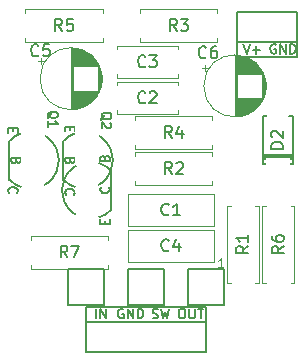
<source format=gto>
G04 #@! TF.GenerationSoftware,KiCad,Pcbnew,(5.99.0-1101-g9de7547c2)*
G04 #@! TF.CreationDate,2020-03-13T08:54:08+02:00*
G04 #@! TF.ProjectId,cabeza-de-carne,63616265-7a61-42d6-9465-2d6361726e65,rev?*
G04 #@! TF.SameCoordinates,Original*
G04 #@! TF.FileFunction,Legend,Top*
G04 #@! TF.FilePolarity,Positive*
%FSLAX46Y46*%
G04 Gerber Fmt 4.6, Leading zero omitted, Abs format (unit mm)*
G04 Created by KiCad (PCBNEW (5.99.0-1101-g9de7547c2)) date 2020-03-13 08:54:08*
%MOMM*%
%LPD*%
G01*
G04 APERTURE LIST*
%ADD10C,0.152400*%
%ADD11C,0.127000*%
%ADD12C,0.120000*%
%ADD13C,0.150000*%
%ADD14C,0.100000*%
%ADD15C,1.902000*%
%ADD16R,1.902000X1.902000*%
%ADD17R,2.102000X2.102000*%
%ADD18O,2.102000X2.102000*%
%ADD19O,2.642000X2.642000*%
%ADD20R,2.642000X2.642000*%
%ADD21O,2.032400X2.032400*%
%ADD22R,2.032400X2.032400*%
%ADD23O,1.702000X1.702000*%
%ADD24C,1.702000*%
%ADD25R,1.702000X1.702000*%
G04 APERTURE END LIST*
D10*
X249986800Y44754800D02*
X249986800Y40690800D01*
X249986800Y44754800D02*
X247446800Y44754800D01*
X247446800Y40690800D02*
X247446800Y44754800D01*
X247446800Y40690800D02*
X249986800Y40690800D01*
G36*
X249986800Y41071800D02*
G01*
X247446800Y41071800D01*
X247446800Y41579800D01*
X249986800Y41579800D01*
X249986800Y41071800D01*
G37*
G36*
X249097800Y40309800D02*
G01*
X248335800Y40309800D01*
X248335800Y40690800D01*
X249097800Y40690800D01*
X249097800Y40309800D01*
G37*
G36*
X249097800Y44754800D02*
G01*
X248335800Y44754800D01*
X248335800Y45135800D01*
X249097800Y45135800D01*
X249097800Y44754800D01*
G37*
D11*
X230949501Y31813499D02*
X233997501Y31813499D01*
X236029501Y31813499D02*
X239077501Y31813499D01*
X241109501Y31813499D02*
X244157501Y31813499D01*
X230949501Y31813499D02*
X230949501Y28765499D01*
X230949501Y28765499D02*
X233997501Y28765499D01*
X233997501Y28765499D02*
X233997501Y31813499D01*
X236029501Y31813499D02*
X236029501Y28765499D01*
X236029501Y28765499D02*
X239077501Y28765499D01*
X239077501Y28765499D02*
X239077501Y31813499D01*
X241109501Y31813499D02*
X241109501Y28765499D01*
X241109501Y28765499D02*
X244157501Y28765499D01*
X244157501Y28765499D02*
X244157501Y31813499D01*
D10*
X230581183Y42677700D02*
X230581183Y39415700D01*
X230581182Y39415699D02*
G75*
G03*
X234568983Y40077800I1778018J1631301D01*
G01*
X234568982Y42015599D02*
G75*
G03*
X230581183Y42677700I-2209782J-969199D01*
G01*
X234568983Y40077500D02*
G75*
G03*
X234568983Y42015900I-2209800J969200D01*
G01*
X230657418Y37537201D02*
G75*
G03*
X234645217Y36875100I2209782J969199D01*
G01*
X234645218Y40137101D02*
G75*
G03*
X230657417Y39475000I-1778018J-1631301D01*
G01*
X230657417Y39475300D02*
G75*
G03*
X230657417Y37536900I2209800J-969200D01*
G01*
X234645217Y36875100D02*
X234645217Y40137100D01*
D12*
X234359200Y32183200D02*
X234359200Y31853200D01*
X234359200Y31853200D02*
X227819200Y31853200D01*
X227819200Y31853200D02*
X227819200Y32183200D01*
X234359200Y34263200D02*
X234359200Y34593200D01*
X234359200Y34593200D02*
X227819200Y34593200D01*
X227819200Y34593200D02*
X227819200Y34263200D01*
X247727600Y30664400D02*
X247397600Y30664400D01*
X247397600Y30664400D02*
X247397600Y37204400D01*
X247397600Y37204400D02*
X247727600Y37204400D01*
X249807600Y30664400D02*
X250137600Y30664400D01*
X250137600Y30664400D02*
X250137600Y37204400D01*
X250137600Y37204400D02*
X249807600Y37204400D01*
X227362000Y53491000D02*
X227362000Y53821000D01*
X227362000Y53821000D02*
X233902000Y53821000D01*
X233902000Y53821000D02*
X233902000Y53491000D01*
X227362000Y51411000D02*
X227362000Y51081000D01*
X227362000Y51081000D02*
X233902000Y51081000D01*
X233902000Y51081000D02*
X233902000Y51411000D01*
X236658400Y44423200D02*
X236658400Y44753200D01*
X236658400Y44753200D02*
X243198400Y44753200D01*
X243198400Y44753200D02*
X243198400Y44423200D01*
X236658400Y42343200D02*
X236658400Y42013200D01*
X236658400Y42013200D02*
X243198400Y42013200D01*
X243198400Y42013200D02*
X243198400Y42343200D01*
X243617500Y51411000D02*
X243617500Y51081000D01*
X243617500Y51081000D02*
X237077500Y51081000D01*
X237077500Y51081000D02*
X237077500Y51411000D01*
X243617500Y53491000D02*
X243617500Y53821000D01*
X243617500Y53821000D02*
X237077500Y53821000D01*
X237077500Y53821000D02*
X237077500Y53491000D01*
X243198400Y39295200D02*
X243198400Y38965200D01*
X243198400Y38965200D02*
X236658400Y38965200D01*
X236658400Y38965200D02*
X236658400Y39295200D01*
X243198400Y41375200D02*
X243198400Y41705200D01*
X243198400Y41705200D02*
X236658400Y41705200D01*
X236658400Y41705200D02*
X236658400Y41375200D01*
X246810400Y37204400D02*
X247140400Y37204400D01*
X247140400Y37204400D02*
X247140400Y30664400D01*
X247140400Y30664400D02*
X246810400Y30664400D01*
X244730400Y37204400D02*
X244400400Y37204400D01*
X244400400Y37204400D02*
X244400400Y30664400D01*
X244400400Y30664400D02*
X244730400Y30664400D01*
D10*
X229996983Y40077500D02*
G75*
G03*
X229996983Y42015900I-2209800J969200D01*
G01*
X229996982Y42015599D02*
G75*
G03*
X226009183Y42677700I-2209782J-969199D01*
G01*
X226009182Y39415699D02*
G75*
G03*
X229996983Y40077800I1778018J1631301D01*
G01*
X226009183Y42677700D02*
X226009183Y39415700D01*
D11*
X250317000Y49784000D02*
X250317000Y51054000D01*
X245237000Y49784000D02*
X245237000Y51054000D01*
X250317000Y49784000D02*
X245237000Y49784000D01*
X250317000Y51054000D02*
X250317000Y53594000D01*
X245237000Y51054000D02*
X245237000Y53594000D01*
X250317000Y51054000D02*
X245237000Y51054000D01*
X245237000Y53594000D02*
X250317000Y53594000D01*
X232460800Y27381200D02*
X242620800Y27381200D01*
X242620800Y24841200D02*
X232460800Y24841200D01*
X232460800Y24841200D02*
X232460800Y27381200D01*
X242620800Y24841200D02*
X242620800Y27381200D01*
X242620800Y28651200D02*
X232460800Y28651200D01*
X232460800Y27381200D02*
X232460800Y28651200D01*
X242620800Y27381200D02*
X242620800Y28651200D01*
D12*
X247710000Y47345600D02*
G75*
G03*
X247710000Y47345600I-2620000J0D01*
G01*
X245090000Y49925600D02*
X245090000Y44765600D01*
X245130000Y49925600D02*
X245130000Y44765600D01*
X245170000Y49924600D02*
X245170000Y44766600D01*
X245210000Y49923600D02*
X245210000Y44767600D01*
X245250000Y49921600D02*
X245250000Y44769600D01*
X245290000Y49918600D02*
X245290000Y44772600D01*
X245330000Y49914600D02*
X245330000Y48385600D01*
X245330000Y46305600D02*
X245330000Y44776600D01*
X245370000Y49910600D02*
X245370000Y48385600D01*
X245370000Y46305600D02*
X245370000Y44780600D01*
X245410000Y49906600D02*
X245410000Y48385600D01*
X245410000Y46305600D02*
X245410000Y44784600D01*
X245450000Y49901600D02*
X245450000Y48385600D01*
X245450000Y46305600D02*
X245450000Y44789600D01*
X245490000Y49895600D02*
X245490000Y48385600D01*
X245490000Y46305600D02*
X245490000Y44795600D01*
X245530000Y49888600D02*
X245530000Y48385600D01*
X245530000Y46305600D02*
X245530000Y44802600D01*
X245570000Y49881600D02*
X245570000Y48385600D01*
X245570000Y46305600D02*
X245570000Y44809600D01*
X245610000Y49873600D02*
X245610000Y48385600D01*
X245610000Y46305600D02*
X245610000Y44817600D01*
X245650000Y49865600D02*
X245650000Y48385600D01*
X245650000Y46305600D02*
X245650000Y44825600D01*
X245690000Y49856600D02*
X245690000Y48385600D01*
X245690000Y46305600D02*
X245690000Y44834600D01*
X245730000Y49846600D02*
X245730000Y48385600D01*
X245730000Y46305600D02*
X245730000Y44844600D01*
X245770000Y49836600D02*
X245770000Y48385600D01*
X245770000Y46305600D02*
X245770000Y44854600D01*
X245811000Y49825600D02*
X245811000Y48385600D01*
X245811000Y46305600D02*
X245811000Y44865600D01*
X245851000Y49813600D02*
X245851000Y48385600D01*
X245851000Y46305600D02*
X245851000Y44877600D01*
X245891000Y49800600D02*
X245891000Y48385600D01*
X245891000Y46305600D02*
X245891000Y44890600D01*
X245931000Y49787600D02*
X245931000Y48385600D01*
X245931000Y46305600D02*
X245931000Y44903600D01*
X245971000Y49773600D02*
X245971000Y48385600D01*
X245971000Y46305600D02*
X245971000Y44917600D01*
X246011000Y49759600D02*
X246011000Y48385600D01*
X246011000Y46305600D02*
X246011000Y44931600D01*
X246051000Y49743600D02*
X246051000Y48385600D01*
X246051000Y46305600D02*
X246051000Y44947600D01*
X246091000Y49727600D02*
X246091000Y48385600D01*
X246091000Y46305600D02*
X246091000Y44963600D01*
X246131000Y49710600D02*
X246131000Y48385600D01*
X246131000Y46305600D02*
X246131000Y44980600D01*
X246171000Y49693600D02*
X246171000Y48385600D01*
X246171000Y46305600D02*
X246171000Y44997600D01*
X246211000Y49674600D02*
X246211000Y48385600D01*
X246211000Y46305600D02*
X246211000Y45016600D01*
X246251000Y49655600D02*
X246251000Y48385600D01*
X246251000Y46305600D02*
X246251000Y45035600D01*
X246291000Y49635600D02*
X246291000Y48385600D01*
X246291000Y46305600D02*
X246291000Y45055600D01*
X246331000Y49613600D02*
X246331000Y48385600D01*
X246331000Y46305600D02*
X246331000Y45077600D01*
X246371000Y49592600D02*
X246371000Y48385600D01*
X246371000Y46305600D02*
X246371000Y45098600D01*
X246411000Y49569600D02*
X246411000Y48385600D01*
X246411000Y46305600D02*
X246411000Y45121600D01*
X246451000Y49545600D02*
X246451000Y48385600D01*
X246451000Y46305600D02*
X246451000Y45145600D01*
X246491000Y49520600D02*
X246491000Y48385600D01*
X246491000Y46305600D02*
X246491000Y45170600D01*
X246531000Y49494600D02*
X246531000Y48385600D01*
X246531000Y46305600D02*
X246531000Y45196600D01*
X246571000Y49467600D02*
X246571000Y48385600D01*
X246571000Y46305600D02*
X246571000Y45223600D01*
X246611000Y49440600D02*
X246611000Y48385600D01*
X246611000Y46305600D02*
X246611000Y45250600D01*
X246651000Y49410600D02*
X246651000Y48385600D01*
X246651000Y46305600D02*
X246651000Y45280600D01*
X246691000Y49380600D02*
X246691000Y48385600D01*
X246691000Y46305600D02*
X246691000Y45310600D01*
X246731000Y49349600D02*
X246731000Y48385600D01*
X246731000Y46305600D02*
X246731000Y45341600D01*
X246771000Y49316600D02*
X246771000Y48385600D01*
X246771000Y46305600D02*
X246771000Y45374600D01*
X246811000Y49282600D02*
X246811000Y48385600D01*
X246811000Y46305600D02*
X246811000Y45408600D01*
X246851000Y49246600D02*
X246851000Y48385600D01*
X246851000Y46305600D02*
X246851000Y45444600D01*
X246891000Y49209600D02*
X246891000Y48385600D01*
X246891000Y46305600D02*
X246891000Y45481600D01*
X246931000Y49171600D02*
X246931000Y48385600D01*
X246931000Y46305600D02*
X246931000Y45519600D01*
X246971000Y49130600D02*
X246971000Y48385600D01*
X246971000Y46305600D02*
X246971000Y45560600D01*
X247011000Y49088600D02*
X247011000Y48385600D01*
X247011000Y46305600D02*
X247011000Y45602600D01*
X247051000Y49044600D02*
X247051000Y48385600D01*
X247051000Y46305600D02*
X247051000Y45646600D01*
X247091000Y48998600D02*
X247091000Y48385600D01*
X247091000Y46305600D02*
X247091000Y45692600D01*
X247131000Y48950600D02*
X247131000Y48385600D01*
X247131000Y46305600D02*
X247131000Y45740600D01*
X247171000Y48899600D02*
X247171000Y48385600D01*
X247171000Y46305600D02*
X247171000Y45791600D01*
X247211000Y48845600D02*
X247211000Y48385600D01*
X247211000Y46305600D02*
X247211000Y45845600D01*
X247251000Y48788600D02*
X247251000Y48385600D01*
X247251000Y46305600D02*
X247251000Y45902600D01*
X247291000Y48728600D02*
X247291000Y48385600D01*
X247291000Y46305600D02*
X247291000Y45962600D01*
X247331000Y48664600D02*
X247331000Y48385600D01*
X247331000Y46305600D02*
X247331000Y46026600D01*
X247371000Y48596600D02*
X247371000Y48385600D01*
X247371000Y46305600D02*
X247371000Y46094600D01*
X247411000Y48523600D02*
X247411000Y46167600D01*
X247451000Y48443600D02*
X247451000Y46247600D01*
X247491000Y48356600D02*
X247491000Y46334600D01*
X247531000Y48260600D02*
X247531000Y46430600D01*
X247571000Y48150600D02*
X247571000Y46540600D01*
X247611000Y48022600D02*
X247611000Y46668600D01*
X247651000Y47863600D02*
X247651000Y46827600D01*
X247691000Y47629600D02*
X247691000Y47061600D01*
X242285225Y48820600D02*
X242785225Y48820600D01*
X242535225Y49070600D02*
X242535225Y48570600D01*
X233841600Y47955200D02*
G75*
G03*
X233841600Y47955200I-2620000J0D01*
G01*
X231221600Y50535200D02*
X231221600Y45375200D01*
X231261600Y50535200D02*
X231261600Y45375200D01*
X231301600Y50534200D02*
X231301600Y45376200D01*
X231341600Y50533200D02*
X231341600Y45377200D01*
X231381600Y50531200D02*
X231381600Y45379200D01*
X231421600Y50528200D02*
X231421600Y45382200D01*
X231461600Y50524200D02*
X231461600Y48995200D01*
X231461600Y46915200D02*
X231461600Y45386200D01*
X231501600Y50520200D02*
X231501600Y48995200D01*
X231501600Y46915200D02*
X231501600Y45390200D01*
X231541600Y50516200D02*
X231541600Y48995200D01*
X231541600Y46915200D02*
X231541600Y45394200D01*
X231581600Y50511200D02*
X231581600Y48995200D01*
X231581600Y46915200D02*
X231581600Y45399200D01*
X231621600Y50505200D02*
X231621600Y48995200D01*
X231621600Y46915200D02*
X231621600Y45405200D01*
X231661600Y50498200D02*
X231661600Y48995200D01*
X231661600Y46915200D02*
X231661600Y45412200D01*
X231701600Y50491200D02*
X231701600Y48995200D01*
X231701600Y46915200D02*
X231701600Y45419200D01*
X231741600Y50483200D02*
X231741600Y48995200D01*
X231741600Y46915200D02*
X231741600Y45427200D01*
X231781600Y50475200D02*
X231781600Y48995200D01*
X231781600Y46915200D02*
X231781600Y45435200D01*
X231821600Y50466200D02*
X231821600Y48995200D01*
X231821600Y46915200D02*
X231821600Y45444200D01*
X231861600Y50456200D02*
X231861600Y48995200D01*
X231861600Y46915200D02*
X231861600Y45454200D01*
X231901600Y50446200D02*
X231901600Y48995200D01*
X231901600Y46915200D02*
X231901600Y45464200D01*
X231942600Y50435200D02*
X231942600Y48995200D01*
X231942600Y46915200D02*
X231942600Y45475200D01*
X231982600Y50423200D02*
X231982600Y48995200D01*
X231982600Y46915200D02*
X231982600Y45487200D01*
X232022600Y50410200D02*
X232022600Y48995200D01*
X232022600Y46915200D02*
X232022600Y45500200D01*
X232062600Y50397200D02*
X232062600Y48995200D01*
X232062600Y46915200D02*
X232062600Y45513200D01*
X232102600Y50383200D02*
X232102600Y48995200D01*
X232102600Y46915200D02*
X232102600Y45527200D01*
X232142600Y50369200D02*
X232142600Y48995200D01*
X232142600Y46915200D02*
X232142600Y45541200D01*
X232182600Y50353200D02*
X232182600Y48995200D01*
X232182600Y46915200D02*
X232182600Y45557200D01*
X232222600Y50337200D02*
X232222600Y48995200D01*
X232222600Y46915200D02*
X232222600Y45573200D01*
X232262600Y50320200D02*
X232262600Y48995200D01*
X232262600Y46915200D02*
X232262600Y45590200D01*
X232302600Y50303200D02*
X232302600Y48995200D01*
X232302600Y46915200D02*
X232302600Y45607200D01*
X232342600Y50284200D02*
X232342600Y48995200D01*
X232342600Y46915200D02*
X232342600Y45626200D01*
X232382600Y50265200D02*
X232382600Y48995200D01*
X232382600Y46915200D02*
X232382600Y45645200D01*
X232422600Y50245200D02*
X232422600Y48995200D01*
X232422600Y46915200D02*
X232422600Y45665200D01*
X232462600Y50223200D02*
X232462600Y48995200D01*
X232462600Y46915200D02*
X232462600Y45687200D01*
X232502600Y50202200D02*
X232502600Y48995200D01*
X232502600Y46915200D02*
X232502600Y45708200D01*
X232542600Y50179200D02*
X232542600Y48995200D01*
X232542600Y46915200D02*
X232542600Y45731200D01*
X232582600Y50155200D02*
X232582600Y48995200D01*
X232582600Y46915200D02*
X232582600Y45755200D01*
X232622600Y50130200D02*
X232622600Y48995200D01*
X232622600Y46915200D02*
X232622600Y45780200D01*
X232662600Y50104200D02*
X232662600Y48995200D01*
X232662600Y46915200D02*
X232662600Y45806200D01*
X232702600Y50077200D02*
X232702600Y48995200D01*
X232702600Y46915200D02*
X232702600Y45833200D01*
X232742600Y50050200D02*
X232742600Y48995200D01*
X232742600Y46915200D02*
X232742600Y45860200D01*
X232782600Y50020200D02*
X232782600Y48995200D01*
X232782600Y46915200D02*
X232782600Y45890200D01*
X232822600Y49990200D02*
X232822600Y48995200D01*
X232822600Y46915200D02*
X232822600Y45920200D01*
X232862600Y49959200D02*
X232862600Y48995200D01*
X232862600Y46915200D02*
X232862600Y45951200D01*
X232902600Y49926200D02*
X232902600Y48995200D01*
X232902600Y46915200D02*
X232902600Y45984200D01*
X232942600Y49892200D02*
X232942600Y48995200D01*
X232942600Y46915200D02*
X232942600Y46018200D01*
X232982600Y49856200D02*
X232982600Y48995200D01*
X232982600Y46915200D02*
X232982600Y46054200D01*
X233022600Y49819200D02*
X233022600Y48995200D01*
X233022600Y46915200D02*
X233022600Y46091200D01*
X233062600Y49781200D02*
X233062600Y48995200D01*
X233062600Y46915200D02*
X233062600Y46129200D01*
X233102600Y49740200D02*
X233102600Y48995200D01*
X233102600Y46915200D02*
X233102600Y46170200D01*
X233142600Y49698200D02*
X233142600Y48995200D01*
X233142600Y46915200D02*
X233142600Y46212200D01*
X233182600Y49654200D02*
X233182600Y48995200D01*
X233182600Y46915200D02*
X233182600Y46256200D01*
X233222600Y49608200D02*
X233222600Y48995200D01*
X233222600Y46915200D02*
X233222600Y46302200D01*
X233262600Y49560200D02*
X233262600Y48995200D01*
X233262600Y46915200D02*
X233262600Y46350200D01*
X233302600Y49509200D02*
X233302600Y48995200D01*
X233302600Y46915200D02*
X233302600Y46401200D01*
X233342600Y49455200D02*
X233342600Y48995200D01*
X233342600Y46915200D02*
X233342600Y46455200D01*
X233382600Y49398200D02*
X233382600Y48995200D01*
X233382600Y46915200D02*
X233382600Y46512200D01*
X233422600Y49338200D02*
X233422600Y48995200D01*
X233422600Y46915200D02*
X233422600Y46572200D01*
X233462600Y49274200D02*
X233462600Y48995200D01*
X233462600Y46915200D02*
X233462600Y46636200D01*
X233502600Y49206200D02*
X233502600Y48995200D01*
X233502600Y46915200D02*
X233502600Y46704200D01*
X233542600Y49133200D02*
X233542600Y46777200D01*
X233582600Y49053200D02*
X233582600Y46857200D01*
X233622600Y48966200D02*
X233622600Y46944200D01*
X233662600Y48870200D02*
X233662600Y47040200D01*
X233702600Y48760200D02*
X233702600Y47150200D01*
X233742600Y48632200D02*
X233742600Y47278200D01*
X233782600Y48473200D02*
X233782600Y47437200D01*
X233822600Y48239200D02*
X233822600Y47671200D01*
X228416825Y49430200D02*
X228916825Y49430200D01*
X228666825Y49680200D02*
X228666825Y49180200D01*
X243321700Y32424700D02*
X236081700Y32424700D01*
X243321700Y35164700D02*
X236081700Y35164700D01*
X243321700Y32424700D02*
X243321700Y35164700D01*
X236081700Y32424700D02*
X236081700Y35164700D01*
X235084000Y50747600D02*
X240324000Y50747600D01*
X235084000Y48007600D02*
X240324000Y48007600D01*
X235084000Y50747600D02*
X235084000Y50432600D01*
X235084000Y48322600D02*
X235084000Y48007600D01*
X240324000Y50747600D02*
X240324000Y50432600D01*
X240324000Y48322600D02*
X240324000Y48007600D01*
X235084000Y47699600D02*
X240324000Y47699600D01*
X235084000Y44959600D02*
X240324000Y44959600D01*
X235084000Y47699600D02*
X235084000Y47384600D01*
X235084000Y45274600D02*
X235084000Y44959600D01*
X240324000Y47699600D02*
X240324000Y47384600D01*
X240324000Y45274600D02*
X240324000Y44959600D01*
X236065200Y38200000D02*
X243305200Y38200000D01*
X236065200Y35460000D02*
X243305200Y35460000D01*
X236065200Y38200000D02*
X236065200Y35460000D01*
X243305200Y38200000D02*
X243305200Y35460000D01*
D13*
X249169180Y42035504D02*
X248169180Y42035504D01*
X248169180Y42273600D01*
X248216800Y42416457D01*
X248312038Y42511695D01*
X248407276Y42559314D01*
X248597752Y42606933D01*
X248740609Y42606933D01*
X248931085Y42559314D01*
X249026323Y42511695D01*
X249121561Y42416457D01*
X249169180Y42273600D01*
X249169180Y42035504D01*
X248264419Y42987885D02*
X248216800Y43035504D01*
X248169180Y43130742D01*
X248169180Y43368838D01*
X248216800Y43464076D01*
X248264419Y43511695D01*
X248359657Y43559314D01*
X248454895Y43559314D01*
X248597752Y43511695D01*
X249169180Y42940266D01*
X249169180Y43559314D01*
D14*
X244124118Y31972188D02*
X243682883Y31972188D01*
X243903501Y31972188D02*
X243903501Y32744348D01*
X243829961Y32634039D01*
X243756422Y32560500D01*
X243682883Y32523731D01*
D13*
X233756304Y44492290D02*
X233794400Y44568480D01*
X233870590Y44644671D01*
X233984876Y44758957D01*
X234022971Y44835147D01*
X234022971Y44911338D01*
X233832495Y44873242D02*
X233870590Y44949433D01*
X233946780Y45025623D01*
X234099161Y45063719D01*
X234365828Y45063719D01*
X234518209Y45025623D01*
X234594400Y44949433D01*
X234632495Y44873242D01*
X234632495Y44720861D01*
X234594400Y44644671D01*
X234518209Y44568480D01*
X234365828Y44530385D01*
X234099161Y44530385D01*
X233946780Y44568480D01*
X233870590Y44644671D01*
X233832495Y44720861D01*
X233832495Y44873242D01*
X234556304Y44225623D02*
X234594400Y44187528D01*
X234632495Y44111338D01*
X234632495Y43920861D01*
X234594400Y43844671D01*
X234556304Y43806576D01*
X234480114Y43768480D01*
X234403923Y43768480D01*
X234289638Y43806576D01*
X233832495Y44263719D01*
X233832495Y43768480D01*
X231146342Y40989257D02*
X231108247Y40874971D01*
X231070152Y40836876D01*
X230993961Y40798780D01*
X230879676Y40798780D01*
X230803485Y40836876D01*
X230765390Y40874971D01*
X230727295Y40951161D01*
X230727295Y41255923D01*
X231527295Y41255923D01*
X231527295Y40989257D01*
X231489200Y40913066D01*
X231451104Y40874971D01*
X231374914Y40836876D01*
X231298723Y40836876D01*
X231222533Y40874971D01*
X231184438Y40913066D01*
X231146342Y40989257D01*
X231146342Y41255923D01*
X230803485Y38131780D02*
X230765390Y38169876D01*
X230727295Y38284161D01*
X230727295Y38360352D01*
X230765390Y38474638D01*
X230841580Y38550828D01*
X230917771Y38588923D01*
X231070152Y38627019D01*
X231184438Y38627019D01*
X231336819Y38588923D01*
X231413009Y38550828D01*
X231489200Y38474638D01*
X231527295Y38360352D01*
X231527295Y38284161D01*
X231489200Y38169876D01*
X231451104Y38131780D01*
X231146342Y43884828D02*
X231146342Y43618161D01*
X230727295Y43503876D02*
X230727295Y43884828D01*
X231527295Y43884828D01*
X231527295Y43503876D01*
X234080057Y35667971D02*
X234080057Y35934638D01*
X234499104Y36048923D02*
X234499104Y35667971D01*
X233699104Y35667971D01*
X233699104Y36048923D01*
X234080057Y41230542D02*
X234118152Y41344828D01*
X234156247Y41382923D01*
X234232438Y41421019D01*
X234346723Y41421019D01*
X234422914Y41382923D01*
X234461009Y41344828D01*
X234499104Y41268638D01*
X234499104Y40963876D01*
X233699104Y40963876D01*
X233699104Y41230542D01*
X233737200Y41306733D01*
X233775295Y41344828D01*
X233851485Y41382923D01*
X233927676Y41382923D01*
X234003866Y41344828D01*
X234041961Y41306733D01*
X234080057Y41230542D01*
X234080057Y40963876D01*
X234422914Y38754019D02*
X234461009Y38715923D01*
X234499104Y38601638D01*
X234499104Y38525447D01*
X234461009Y38411161D01*
X234384819Y38334971D01*
X234308628Y38296876D01*
X234156247Y38258780D01*
X234041961Y38258780D01*
X233889580Y38296876D01*
X233813390Y38334971D01*
X233737200Y38411161D01*
X233699104Y38525447D01*
X233699104Y38601638D01*
X233737200Y38715923D01*
X233775295Y38754019D01*
X230922533Y32813320D02*
X230589200Y33289510D01*
X230351104Y32813320D02*
X230351104Y33813320D01*
X230732057Y33813320D01*
X230827295Y33765701D01*
X230874914Y33718081D01*
X230922533Y33622843D01*
X230922533Y33479986D01*
X230874914Y33384748D01*
X230827295Y33337129D01*
X230732057Y33289510D01*
X230351104Y33289510D01*
X231255866Y33813320D02*
X231922533Y33813320D01*
X231493961Y32813320D01*
X249219980Y33767733D02*
X248743790Y33434400D01*
X249219980Y33196304D02*
X248219980Y33196304D01*
X248219980Y33577257D01*
X248267600Y33672495D01*
X248315219Y33720114D01*
X248410457Y33767733D01*
X248553314Y33767733D01*
X248648552Y33720114D01*
X248696171Y33672495D01*
X248743790Y33577257D01*
X248743790Y33196304D01*
X248219980Y34624876D02*
X248219980Y34434400D01*
X248267600Y34339161D01*
X248315219Y34291542D01*
X248458076Y34196304D01*
X248648552Y34148685D01*
X249029504Y34148685D01*
X249124742Y34196304D01*
X249172361Y34243923D01*
X249219980Y34339161D01*
X249219980Y34529638D01*
X249172361Y34624876D01*
X249124742Y34672495D01*
X249029504Y34720114D01*
X248791409Y34720114D01*
X248696171Y34672495D01*
X248648552Y34624876D01*
X248600933Y34529638D01*
X248600933Y34339161D01*
X248648552Y34243923D01*
X248696171Y34196304D01*
X248791409Y34148685D01*
X230465333Y51998619D02*
X230132000Y52474809D01*
X229893904Y51998619D02*
X229893904Y52998619D01*
X230274857Y52998619D01*
X230370095Y52951000D01*
X230417714Y52903380D01*
X230465333Y52808142D01*
X230465333Y52665285D01*
X230417714Y52570047D01*
X230370095Y52522428D01*
X230274857Y52474809D01*
X229893904Y52474809D01*
X231370095Y52998619D02*
X230893904Y52998619D01*
X230846285Y52522428D01*
X230893904Y52570047D01*
X230989142Y52617666D01*
X231227238Y52617666D01*
X231322476Y52570047D01*
X231370095Y52522428D01*
X231417714Y52427190D01*
X231417714Y52189095D01*
X231370095Y52093857D01*
X231322476Y52046238D01*
X231227238Y51998619D01*
X230989142Y51998619D01*
X230893904Y52046238D01*
X230846285Y52093857D01*
X239761733Y42930819D02*
X239428400Y43407009D01*
X239190304Y42930819D02*
X239190304Y43930819D01*
X239571257Y43930819D01*
X239666495Y43883200D01*
X239714114Y43835580D01*
X239761733Y43740342D01*
X239761733Y43597485D01*
X239714114Y43502247D01*
X239666495Y43454628D01*
X239571257Y43407009D01*
X239190304Y43407009D01*
X240618876Y43597485D02*
X240618876Y42930819D01*
X240380780Y43978438D02*
X240142685Y43264152D01*
X240761733Y43264152D01*
X240180833Y51998619D02*
X239847500Y52474809D01*
X239609404Y51998619D02*
X239609404Y52998619D01*
X239990357Y52998619D01*
X240085595Y52951000D01*
X240133214Y52903380D01*
X240180833Y52808142D01*
X240180833Y52665285D01*
X240133214Y52570047D01*
X240085595Y52522428D01*
X239990357Y52474809D01*
X239609404Y52474809D01*
X240514166Y52998619D02*
X241133214Y52998619D01*
X240799880Y52617666D01*
X240942738Y52617666D01*
X241037976Y52570047D01*
X241085595Y52522428D01*
X241133214Y52427190D01*
X241133214Y52189095D01*
X241085595Y52093857D01*
X241037976Y52046238D01*
X240942738Y51998619D01*
X240657023Y51998619D01*
X240561785Y52046238D01*
X240514166Y52093857D01*
X239761733Y39882819D02*
X239428400Y40359009D01*
X239190304Y39882819D02*
X239190304Y40882819D01*
X239571257Y40882819D01*
X239666495Y40835200D01*
X239714114Y40787580D01*
X239761733Y40692342D01*
X239761733Y40549485D01*
X239714114Y40454247D01*
X239666495Y40406628D01*
X239571257Y40359009D01*
X239190304Y40359009D01*
X240142685Y40787580D02*
X240190304Y40835200D01*
X240285542Y40882819D01*
X240523638Y40882819D01*
X240618876Y40835200D01*
X240666495Y40787580D01*
X240714114Y40692342D01*
X240714114Y40597104D01*
X240666495Y40454247D01*
X240095066Y39882819D01*
X240714114Y39882819D01*
X246222780Y33767733D02*
X245746590Y33434400D01*
X246222780Y33196304D02*
X245222780Y33196304D01*
X245222780Y33577257D01*
X245270400Y33672495D01*
X245318019Y33720114D01*
X245413257Y33767733D01*
X245556114Y33767733D01*
X245651352Y33720114D01*
X245698971Y33672495D01*
X245746590Y33577257D01*
X245746590Y33196304D01*
X246222780Y34720114D02*
X246222780Y34148685D01*
X246222780Y34434400D02*
X245222780Y34434400D01*
X245365638Y34339161D01*
X245460876Y34243923D01*
X245508495Y34148685D01*
X229235104Y44593890D02*
X229273200Y44670080D01*
X229349390Y44746271D01*
X229463676Y44860557D01*
X229501771Y44936747D01*
X229501771Y45012938D01*
X229311295Y44974842D02*
X229349390Y45051033D01*
X229425580Y45127223D01*
X229577961Y45165319D01*
X229844628Y45165319D01*
X229997009Y45127223D01*
X230073200Y45051033D01*
X230111295Y44974842D01*
X230111295Y44822461D01*
X230073200Y44746271D01*
X229997009Y44670080D01*
X229844628Y44631985D01*
X229577961Y44631985D01*
X229425580Y44670080D01*
X229349390Y44746271D01*
X229311295Y44822461D01*
X229311295Y44974842D01*
X229311295Y43870080D02*
X229311295Y44327223D01*
X229311295Y44098652D02*
X230111295Y44098652D01*
X229997009Y44174842D01*
X229920819Y44251033D01*
X229882723Y44327223D01*
X226320342Y43757828D02*
X226320342Y43491161D01*
X225901295Y43376876D02*
X225901295Y43757828D01*
X226701295Y43757828D01*
X226701295Y43376876D01*
X225977485Y38258780D02*
X225939390Y38296876D01*
X225901295Y38411161D01*
X225901295Y38487352D01*
X225939390Y38601638D01*
X226015580Y38677828D01*
X226091771Y38715923D01*
X226244152Y38754019D01*
X226358438Y38754019D01*
X226510819Y38715923D01*
X226587009Y38677828D01*
X226663200Y38601638D01*
X226701295Y38487352D01*
X226701295Y38411161D01*
X226663200Y38296876D01*
X226625104Y38258780D01*
X226574342Y40989257D02*
X226536247Y40874971D01*
X226498152Y40836876D01*
X226421961Y40798780D01*
X226307676Y40798780D01*
X226231485Y40836876D01*
X226193390Y40874971D01*
X226155295Y40951161D01*
X226155295Y41255923D01*
X226955295Y41255923D01*
X226955295Y40989257D01*
X226917200Y40913066D01*
X226879104Y40874971D01*
X226802914Y40836876D01*
X226726723Y40836876D01*
X226650533Y40874971D01*
X226612438Y40913066D01*
X226574342Y40989257D01*
X226574342Y41255923D01*
X248564476Y50844400D02*
X248488285Y50882495D01*
X248374000Y50882495D01*
X248259714Y50844400D01*
X248183523Y50768209D01*
X248145428Y50692019D01*
X248107333Y50539638D01*
X248107333Y50425352D01*
X248145428Y50272971D01*
X248183523Y50196780D01*
X248259714Y50120590D01*
X248374000Y50082495D01*
X248450190Y50082495D01*
X248564476Y50120590D01*
X248602571Y50158685D01*
X248602571Y50425352D01*
X248450190Y50425352D01*
X248945428Y50082495D02*
X248945428Y50882495D01*
X249402571Y50082495D01*
X249402571Y50882495D01*
X249783523Y50082495D02*
X249783523Y50882495D01*
X249974000Y50882495D01*
X250088285Y50844400D01*
X250164476Y50768209D01*
X250202571Y50692019D01*
X250240666Y50539638D01*
X250240666Y50425352D01*
X250202571Y50272971D01*
X250164476Y50196780D01*
X250088285Y50120590D01*
X249974000Y50082495D01*
X249783523Y50082495D01*
X245821295Y50882495D02*
X246087961Y50082495D01*
X246354628Y50882495D01*
X246621295Y50387257D02*
X247230819Y50387257D01*
X246926057Y50082495D02*
X246926057Y50692019D01*
X233311752Y27654295D02*
X233311752Y28454295D01*
X233692704Y27654295D02*
X233692704Y28454295D01*
X234149847Y27654295D01*
X234149847Y28454295D01*
X235661276Y28416200D02*
X235585085Y28454295D01*
X235470800Y28454295D01*
X235356514Y28416200D01*
X235280323Y28340009D01*
X235242228Y28263819D01*
X235204133Y28111438D01*
X235204133Y27997152D01*
X235242228Y27844771D01*
X235280323Y27768580D01*
X235356514Y27692390D01*
X235470800Y27654295D01*
X235546990Y27654295D01*
X235661276Y27692390D01*
X235699371Y27730485D01*
X235699371Y27997152D01*
X235546990Y27997152D01*
X236042228Y27654295D02*
X236042228Y28454295D01*
X236499371Y27654295D01*
X236499371Y28454295D01*
X236880323Y27654295D02*
X236880323Y28454295D01*
X237070800Y28454295D01*
X237185085Y28416200D01*
X237261276Y28340009D01*
X237299371Y28263819D01*
X237337466Y28111438D01*
X237337466Y27997152D01*
X237299371Y27844771D01*
X237261276Y27768580D01*
X237185085Y27692390D01*
X237070800Y27654295D01*
X236880323Y27654295D01*
X238125085Y27692390D02*
X238239371Y27654295D01*
X238429847Y27654295D01*
X238506038Y27692390D01*
X238544133Y27730485D01*
X238582228Y27806676D01*
X238582228Y27882866D01*
X238544133Y27959057D01*
X238506038Y27997152D01*
X238429847Y28035247D01*
X238277466Y28073342D01*
X238201276Y28111438D01*
X238163180Y28149533D01*
X238125085Y28225723D01*
X238125085Y28301914D01*
X238163180Y28378104D01*
X238201276Y28416200D01*
X238277466Y28454295D01*
X238467942Y28454295D01*
X238582228Y28416200D01*
X238848895Y28454295D02*
X239039371Y27654295D01*
X239191752Y28225723D01*
X239344133Y27654295D01*
X239534609Y28454295D01*
X240550800Y28454295D02*
X240703180Y28454295D01*
X240779371Y28416200D01*
X240855561Y28340009D01*
X240893657Y28187628D01*
X240893657Y27920961D01*
X240855561Y27768580D01*
X240779371Y27692390D01*
X240703180Y27654295D01*
X240550800Y27654295D01*
X240474609Y27692390D01*
X240398419Y27768580D01*
X240360323Y27920961D01*
X240360323Y28187628D01*
X240398419Y28340009D01*
X240474609Y28416200D01*
X240550800Y28454295D01*
X241236514Y28454295D02*
X241236514Y27806676D01*
X241274609Y27730485D01*
X241312704Y27692390D01*
X241388895Y27654295D01*
X241541276Y27654295D01*
X241617466Y27692390D01*
X241655561Y27730485D01*
X241693657Y27806676D01*
X241693657Y28454295D01*
X241960323Y28454295D02*
X242417466Y28454295D01*
X242188895Y27654295D02*
X242188895Y28454295D01*
X242657333Y49782457D02*
X242609714Y49734838D01*
X242466857Y49687219D01*
X242371619Y49687219D01*
X242228761Y49734838D01*
X242133523Y49830076D01*
X242085904Y49925314D01*
X242038285Y50115790D01*
X242038285Y50258647D01*
X242085904Y50449123D01*
X242133523Y50544361D01*
X242228761Y50639600D01*
X242371619Y50687219D01*
X242466857Y50687219D01*
X242609714Y50639600D01*
X242657333Y50591980D01*
X243514476Y50687219D02*
X243324000Y50687219D01*
X243228761Y50639600D01*
X243181142Y50591980D01*
X243085904Y50449123D01*
X243038285Y50258647D01*
X243038285Y49877695D01*
X243085904Y49782457D01*
X243133523Y49734838D01*
X243228761Y49687219D01*
X243419238Y49687219D01*
X243514476Y49734838D01*
X243562095Y49782457D01*
X243609714Y49877695D01*
X243609714Y50115790D01*
X243562095Y50211028D01*
X243514476Y50258647D01*
X243419238Y50306266D01*
X243228761Y50306266D01*
X243133523Y50258647D01*
X243085904Y50211028D01*
X243038285Y50115790D01*
X228471433Y49947557D02*
X228423814Y49899938D01*
X228280957Y49852319D01*
X228185719Y49852319D01*
X228042861Y49899938D01*
X227947623Y49995176D01*
X227900004Y50090414D01*
X227852385Y50280890D01*
X227852385Y50423747D01*
X227900004Y50614223D01*
X227947623Y50709461D01*
X228042861Y50804700D01*
X228185719Y50852319D01*
X228280957Y50852319D01*
X228423814Y50804700D01*
X228471433Y50757080D01*
X229376195Y50852319D02*
X228900004Y50852319D01*
X228852385Y50376128D01*
X228900004Y50423747D01*
X228995242Y50471366D01*
X229233338Y50471366D01*
X229328576Y50423747D01*
X229376195Y50376128D01*
X229423814Y50280890D01*
X229423814Y50042795D01*
X229376195Y49947557D01*
X229328576Y49899938D01*
X229233338Y49852319D01*
X228995242Y49852319D01*
X228900004Y49899938D01*
X228852385Y49947557D01*
X239495033Y33437557D02*
X239447414Y33389938D01*
X239304557Y33342319D01*
X239209319Y33342319D01*
X239066461Y33389938D01*
X238971223Y33485176D01*
X238923604Y33580414D01*
X238875985Y33770890D01*
X238875985Y33913747D01*
X238923604Y34104223D01*
X238971223Y34199461D01*
X239066461Y34294700D01*
X239209319Y34342319D01*
X239304557Y34342319D01*
X239447414Y34294700D01*
X239495033Y34247080D01*
X240352176Y34008985D02*
X240352176Y33342319D01*
X240114080Y34389938D02*
X239875985Y33675652D01*
X240495033Y33675652D01*
X237513833Y49020457D02*
X237466214Y48972838D01*
X237323357Y48925219D01*
X237228119Y48925219D01*
X237085261Y48972838D01*
X236990023Y49068076D01*
X236942404Y49163314D01*
X236894785Y49353790D01*
X236894785Y49496647D01*
X236942404Y49687123D01*
X236990023Y49782361D01*
X237085261Y49877600D01*
X237228119Y49925219D01*
X237323357Y49925219D01*
X237466214Y49877600D01*
X237513833Y49829980D01*
X237847166Y49925219D02*
X238466214Y49925219D01*
X238132880Y49544266D01*
X238275738Y49544266D01*
X238370976Y49496647D01*
X238418595Y49449028D01*
X238466214Y49353790D01*
X238466214Y49115695D01*
X238418595Y49020457D01*
X238370976Y48972838D01*
X238275738Y48925219D01*
X237990023Y48925219D01*
X237894785Y48972838D01*
X237847166Y49020457D01*
X237513833Y45972457D02*
X237466214Y45924838D01*
X237323357Y45877219D01*
X237228119Y45877219D01*
X237085261Y45924838D01*
X236990023Y46020076D01*
X236942404Y46115314D01*
X236894785Y46305790D01*
X236894785Y46448647D01*
X236942404Y46639123D01*
X236990023Y46734361D01*
X237085261Y46829600D01*
X237228119Y46877219D01*
X237323357Y46877219D01*
X237466214Y46829600D01*
X237513833Y46781980D01*
X237894785Y46781980D02*
X237942404Y46829600D01*
X238037642Y46877219D01*
X238275738Y46877219D01*
X238370976Y46829600D01*
X238418595Y46781980D01*
X238466214Y46686742D01*
X238466214Y46591504D01*
X238418595Y46448647D01*
X237847166Y45877219D01*
X238466214Y45877219D01*
X239495033Y36472857D02*
X239447414Y36425238D01*
X239304557Y36377619D01*
X239209319Y36377619D01*
X239066461Y36425238D01*
X238971223Y36520476D01*
X238923604Y36615714D01*
X238875985Y36806190D01*
X238875985Y36949047D01*
X238923604Y37139523D01*
X238971223Y37234761D01*
X239066461Y37330000D01*
X239209319Y37377619D01*
X239304557Y37377619D01*
X239447414Y37330000D01*
X239495033Y37282380D01*
X240447414Y36377619D02*
X239875985Y36377619D01*
X240161700Y36377619D02*
X240161700Y37377619D01*
X240066461Y37234761D01*
X239971223Y37139523D01*
X239875985Y37091904D01*
%LPC*%
D15*
X248412000Y26771600D03*
D16*
X245872000Y26771600D03*
D17*
X248716800Y40182800D03*
D18*
X248716800Y45262800D03*
D19*
X232473501Y30289499D03*
X237553501Y30289499D03*
D20*
X242633501Y30289499D03*
D21*
X232613200Y35966400D03*
X232613200Y38506400D03*
X232613200Y41046400D03*
D22*
X232613200Y43586400D03*
D23*
X227279200Y33223200D03*
D24*
X234899200Y33223200D03*
D23*
X248767600Y37744400D03*
D24*
X248767600Y30124400D03*
D23*
X234442000Y52451000D03*
D24*
X226822000Y52451000D03*
D23*
X243738400Y43383200D03*
D24*
X236118400Y43383200D03*
D23*
X236537500Y52451000D03*
D24*
X244157500Y52451000D03*
D23*
X236118400Y40335200D03*
D24*
X243738400Y40335200D03*
D23*
X245770400Y30124400D03*
D24*
X245770400Y37744400D03*
D21*
X228041200Y38506400D03*
X228041200Y41046400D03*
D22*
X228041200Y43586400D03*
D21*
X249047000Y52324000D03*
D22*
X246507000Y52324000D03*
D21*
X241350800Y26111200D03*
X238810800Y26111200D03*
X236270800Y26111200D03*
D22*
X233730800Y26111200D03*
D24*
X246340000Y47345600D03*
D25*
X243840000Y47345600D03*
D24*
X232471600Y47955200D03*
D25*
X229971600Y47955200D03*
D24*
X237201700Y33794700D03*
X242201700Y33794700D03*
X240204000Y49377600D03*
X235204000Y49377600D03*
X240204000Y46329600D03*
X235204000Y46329600D03*
X242185200Y36830000D03*
X237185200Y36830000D03*
M02*

</source>
